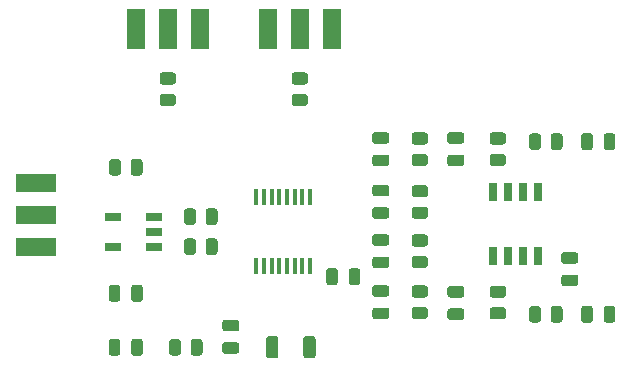
<source format=gbr>
%TF.GenerationSoftware,KiCad,Pcbnew,5.1.9-5.1.9*%
%TF.CreationDate,2021-02-06T15:34:09+03:00*%
%TF.ProjectId,qddc,71646463-2e6b-4696-9361-645f70636258,rev?*%
%TF.SameCoordinates,Original*%
%TF.FileFunction,Paste,Top*%
%TF.FilePolarity,Positive*%
%FSLAX46Y46*%
G04 Gerber Fmt 4.6, Leading zero omitted, Abs format (unit mm)*
G04 Created by KiCad (PCBNEW 5.1.9-5.1.9) date 2021-02-06 15:34:09*
%MOMM*%
%LPD*%
G01*
G04 APERTURE LIST*
%ADD10R,1.500000X3.500000*%
%ADD11R,3.500000X1.500000*%
%ADD12R,0.650000X1.528000*%
%ADD13R,0.450000X1.450000*%
%ADD14R,1.400000X0.760000*%
G04 APERTURE END LIST*
D10*
%TO.C,Cos*%
X123792000Y-88900000D03*
X129192000Y-88900000D03*
X126492000Y-88900000D03*
%TD*%
%TO.C,Sin*%
X112616000Y-88900000D03*
X118016000Y-88900000D03*
X115316000Y-88900000D03*
%TD*%
D11*
%TO.C,RF*%
X104140000Y-107348000D03*
X104140000Y-101948000D03*
X104140000Y-104648000D03*
%TD*%
%TO.C,C5*%
G36*
G01*
X133825000Y-100510000D02*
X132875000Y-100510000D01*
G75*
G02*
X132625000Y-100260000I0J250000D01*
G01*
X132625000Y-99760000D01*
G75*
G02*
X132875000Y-99510000I250000J0D01*
G01*
X133825000Y-99510000D01*
G75*
G02*
X134075000Y-99760000I0J-250000D01*
G01*
X134075000Y-100260000D01*
G75*
G02*
X133825000Y-100510000I-250000J0D01*
G01*
G37*
G36*
G01*
X133825000Y-98610000D02*
X132875000Y-98610000D01*
G75*
G02*
X132625000Y-98360000I0J250000D01*
G01*
X132625000Y-97860000D01*
G75*
G02*
X132875000Y-97610000I250000J0D01*
G01*
X133825000Y-97610000D01*
G75*
G02*
X134075000Y-97860000I0J-250000D01*
G01*
X134075000Y-98360000D01*
G75*
G02*
X133825000Y-98610000I-250000J0D01*
G01*
G37*
%TD*%
D12*
%TO.C,IC2*%
X146685000Y-102699000D03*
X145415000Y-102699000D03*
X144145000Y-102699000D03*
X142875000Y-102699000D03*
X142875000Y-108121000D03*
X144145000Y-108121000D03*
X145415000Y-108121000D03*
X146685000Y-108121000D03*
%TD*%
%TO.C,C1*%
G36*
G01*
X113210000Y-110777000D02*
X113210000Y-111727000D01*
G75*
G02*
X112960000Y-111977000I-250000J0D01*
G01*
X112460000Y-111977000D01*
G75*
G02*
X112210000Y-111727000I0J250000D01*
G01*
X112210000Y-110777000D01*
G75*
G02*
X112460000Y-110527000I250000J0D01*
G01*
X112960000Y-110527000D01*
G75*
G02*
X113210000Y-110777000I0J-250000D01*
G01*
G37*
G36*
G01*
X111310000Y-110777000D02*
X111310000Y-111727000D01*
G75*
G02*
X111060000Y-111977000I-250000J0D01*
G01*
X110560000Y-111977000D01*
G75*
G02*
X110310000Y-111727000I0J250000D01*
G01*
X110310000Y-110777000D01*
G75*
G02*
X110560000Y-110527000I250000J0D01*
G01*
X111060000Y-110527000D01*
G75*
G02*
X111310000Y-110777000I0J-250000D01*
G01*
G37*
%TD*%
%TO.C,C2*%
G36*
G01*
X111310000Y-115349000D02*
X111310000Y-116299000D01*
G75*
G02*
X111060000Y-116549000I-250000J0D01*
G01*
X110560000Y-116549000D01*
G75*
G02*
X110310000Y-116299000I0J250000D01*
G01*
X110310000Y-115349000D01*
G75*
G02*
X110560000Y-115099000I250000J0D01*
G01*
X111060000Y-115099000D01*
G75*
G02*
X111310000Y-115349000I0J-250000D01*
G01*
G37*
G36*
G01*
X113210000Y-115349000D02*
X113210000Y-116299000D01*
G75*
G02*
X112960000Y-116549000I-250000J0D01*
G01*
X112460000Y-116549000D01*
G75*
G02*
X112210000Y-116299000I0J250000D01*
G01*
X112210000Y-115349000D01*
G75*
G02*
X112460000Y-115099000I250000J0D01*
G01*
X112960000Y-115099000D01*
G75*
G02*
X113210000Y-115349000I0J-250000D01*
G01*
G37*
%TD*%
%TO.C,C3*%
G36*
G01*
X121125000Y-114485000D02*
X120175000Y-114485000D01*
G75*
G02*
X119925000Y-114235000I0J250000D01*
G01*
X119925000Y-113735000D01*
G75*
G02*
X120175000Y-113485000I250000J0D01*
G01*
X121125000Y-113485000D01*
G75*
G02*
X121375000Y-113735000I0J-250000D01*
G01*
X121375000Y-114235000D01*
G75*
G02*
X121125000Y-114485000I-250000J0D01*
G01*
G37*
G36*
G01*
X121125000Y-116385000D02*
X120175000Y-116385000D01*
G75*
G02*
X119925000Y-116135000I0J250000D01*
G01*
X119925000Y-115635000D01*
G75*
G02*
X120175000Y-115385000I250000J0D01*
G01*
X121125000Y-115385000D01*
G75*
G02*
X121375000Y-115635000I0J-250000D01*
G01*
X121375000Y-116135000D01*
G75*
G02*
X121125000Y-116385000I-250000J0D01*
G01*
G37*
%TD*%
%TO.C,C4*%
G36*
G01*
X129725000Y-109380000D02*
X129725000Y-110330000D01*
G75*
G02*
X129475000Y-110580000I-250000J0D01*
G01*
X128975000Y-110580000D01*
G75*
G02*
X128725000Y-110330000I0J250000D01*
G01*
X128725000Y-109380000D01*
G75*
G02*
X128975000Y-109130000I250000J0D01*
G01*
X129475000Y-109130000D01*
G75*
G02*
X129725000Y-109380000I0J-250000D01*
G01*
G37*
G36*
G01*
X131625000Y-109380000D02*
X131625000Y-110330000D01*
G75*
G02*
X131375000Y-110580000I-250000J0D01*
G01*
X130875000Y-110580000D01*
G75*
G02*
X130625000Y-110330000I0J250000D01*
G01*
X130625000Y-109380000D01*
G75*
G02*
X130875000Y-109130000I250000J0D01*
G01*
X131375000Y-109130000D01*
G75*
G02*
X131625000Y-109380000I0J-250000D01*
G01*
G37*
%TD*%
%TO.C,C6*%
G36*
G01*
X133825000Y-113464000D02*
X132875000Y-113464000D01*
G75*
G02*
X132625000Y-113214000I0J250000D01*
G01*
X132625000Y-112714000D01*
G75*
G02*
X132875000Y-112464000I250000J0D01*
G01*
X133825000Y-112464000D01*
G75*
G02*
X134075000Y-112714000I0J-250000D01*
G01*
X134075000Y-113214000D01*
G75*
G02*
X133825000Y-113464000I-250000J0D01*
G01*
G37*
G36*
G01*
X133825000Y-111564000D02*
X132875000Y-111564000D01*
G75*
G02*
X132625000Y-111314000I0J250000D01*
G01*
X132625000Y-110814000D01*
G75*
G02*
X132875000Y-110564000I250000J0D01*
G01*
X133825000Y-110564000D01*
G75*
G02*
X134075000Y-110814000I0J-250000D01*
G01*
X134075000Y-111314000D01*
G75*
G02*
X133825000Y-111564000I-250000J0D01*
G01*
G37*
%TD*%
%TO.C,C7*%
G36*
G01*
X133825000Y-103055000D02*
X132875000Y-103055000D01*
G75*
G02*
X132625000Y-102805000I0J250000D01*
G01*
X132625000Y-102305000D01*
G75*
G02*
X132875000Y-102055000I250000J0D01*
G01*
X133825000Y-102055000D01*
G75*
G02*
X134075000Y-102305000I0J-250000D01*
G01*
X134075000Y-102805000D01*
G75*
G02*
X133825000Y-103055000I-250000J0D01*
G01*
G37*
G36*
G01*
X133825000Y-104955000D02*
X132875000Y-104955000D01*
G75*
G02*
X132625000Y-104705000I0J250000D01*
G01*
X132625000Y-104205000D01*
G75*
G02*
X132875000Y-103955000I250000J0D01*
G01*
X133825000Y-103955000D01*
G75*
G02*
X134075000Y-104205000I0J-250000D01*
G01*
X134075000Y-104705000D01*
G75*
G02*
X133825000Y-104955000I-250000J0D01*
G01*
G37*
%TD*%
%TO.C,C8*%
G36*
G01*
X133825000Y-109146000D02*
X132875000Y-109146000D01*
G75*
G02*
X132625000Y-108896000I0J250000D01*
G01*
X132625000Y-108396000D01*
G75*
G02*
X132875000Y-108146000I250000J0D01*
G01*
X133825000Y-108146000D01*
G75*
G02*
X134075000Y-108396000I0J-250000D01*
G01*
X134075000Y-108896000D01*
G75*
G02*
X133825000Y-109146000I-250000J0D01*
G01*
G37*
G36*
G01*
X133825000Y-107246000D02*
X132875000Y-107246000D01*
G75*
G02*
X132625000Y-106996000I0J250000D01*
G01*
X132625000Y-106496000D01*
G75*
G02*
X132875000Y-106246000I250000J0D01*
G01*
X133825000Y-106246000D01*
G75*
G02*
X134075000Y-106496000I0J-250000D01*
G01*
X134075000Y-106996000D01*
G75*
G02*
X133825000Y-107246000I-250000J0D01*
G01*
G37*
%TD*%
%TO.C,C9*%
G36*
G01*
X139225000Y-97610000D02*
X140175000Y-97610000D01*
G75*
G02*
X140425000Y-97860000I0J-250000D01*
G01*
X140425000Y-98360000D01*
G75*
G02*
X140175000Y-98610000I-250000J0D01*
G01*
X139225000Y-98610000D01*
G75*
G02*
X138975000Y-98360000I0J250000D01*
G01*
X138975000Y-97860000D01*
G75*
G02*
X139225000Y-97610000I250000J0D01*
G01*
G37*
G36*
G01*
X139225000Y-99510000D02*
X140175000Y-99510000D01*
G75*
G02*
X140425000Y-99760000I0J-250000D01*
G01*
X140425000Y-100260000D01*
G75*
G02*
X140175000Y-100510000I-250000J0D01*
G01*
X139225000Y-100510000D01*
G75*
G02*
X138975000Y-100260000I0J250000D01*
G01*
X138975000Y-99760000D01*
G75*
G02*
X139225000Y-99510000I250000J0D01*
G01*
G37*
%TD*%
%TO.C,C10*%
G36*
G01*
X139225000Y-112525000D02*
X140175000Y-112525000D01*
G75*
G02*
X140425000Y-112775000I0J-250000D01*
G01*
X140425000Y-113275000D01*
G75*
G02*
X140175000Y-113525000I-250000J0D01*
G01*
X139225000Y-113525000D01*
G75*
G02*
X138975000Y-113275000I0J250000D01*
G01*
X138975000Y-112775000D01*
G75*
G02*
X139225000Y-112525000I250000J0D01*
G01*
G37*
G36*
G01*
X139225000Y-110625000D02*
X140175000Y-110625000D01*
G75*
G02*
X140425000Y-110875000I0J-250000D01*
G01*
X140425000Y-111375000D01*
G75*
G02*
X140175000Y-111625000I-250000J0D01*
G01*
X139225000Y-111625000D01*
G75*
G02*
X138975000Y-111375000I0J250000D01*
G01*
X138975000Y-110875000D01*
G75*
G02*
X139225000Y-110625000I250000J0D01*
G01*
G37*
%TD*%
%TO.C,C11*%
G36*
G01*
X149827000Y-110670000D02*
X148877000Y-110670000D01*
G75*
G02*
X148627000Y-110420000I0J250000D01*
G01*
X148627000Y-109920000D01*
G75*
G02*
X148877000Y-109670000I250000J0D01*
G01*
X149827000Y-109670000D01*
G75*
G02*
X150077000Y-109920000I0J-250000D01*
G01*
X150077000Y-110420000D01*
G75*
G02*
X149827000Y-110670000I-250000J0D01*
G01*
G37*
G36*
G01*
X149827000Y-108770000D02*
X148877000Y-108770000D01*
G75*
G02*
X148627000Y-108520000I0J250000D01*
G01*
X148627000Y-108020000D01*
G75*
G02*
X148877000Y-107770000I250000J0D01*
G01*
X149827000Y-107770000D01*
G75*
G02*
X150077000Y-108020000I0J-250000D01*
G01*
X150077000Y-108520000D01*
G75*
G02*
X149827000Y-108770000I-250000J0D01*
G01*
G37*
%TD*%
%TO.C,C12*%
G36*
G01*
X151315000Y-97950000D02*
X151315000Y-98900000D01*
G75*
G02*
X151065000Y-99150000I-250000J0D01*
G01*
X150565000Y-99150000D01*
G75*
G02*
X150315000Y-98900000I0J250000D01*
G01*
X150315000Y-97950000D01*
G75*
G02*
X150565000Y-97700000I250000J0D01*
G01*
X151065000Y-97700000D01*
G75*
G02*
X151315000Y-97950000I0J-250000D01*
G01*
G37*
G36*
G01*
X153215000Y-97950000D02*
X153215000Y-98900000D01*
G75*
G02*
X152965000Y-99150000I-250000J0D01*
G01*
X152465000Y-99150000D01*
G75*
G02*
X152215000Y-98900000I0J250000D01*
G01*
X152215000Y-97950000D01*
G75*
G02*
X152465000Y-97700000I250000J0D01*
G01*
X152965000Y-97700000D01*
G75*
G02*
X153215000Y-97950000I0J-250000D01*
G01*
G37*
%TD*%
%TO.C,C13*%
G36*
G01*
X153215000Y-112555000D02*
X153215000Y-113505000D01*
G75*
G02*
X152965000Y-113755000I-250000J0D01*
G01*
X152465000Y-113755000D01*
G75*
G02*
X152215000Y-113505000I0J250000D01*
G01*
X152215000Y-112555000D01*
G75*
G02*
X152465000Y-112305000I250000J0D01*
G01*
X152965000Y-112305000D01*
G75*
G02*
X153215000Y-112555000I0J-250000D01*
G01*
G37*
G36*
G01*
X151315000Y-112555000D02*
X151315000Y-113505000D01*
G75*
G02*
X151065000Y-113755000I-250000J0D01*
G01*
X150565000Y-113755000D01*
G75*
G02*
X150315000Y-113505000I0J250000D01*
G01*
X150315000Y-112555000D01*
G75*
G02*
X150565000Y-112305000I250000J0D01*
G01*
X151065000Y-112305000D01*
G75*
G02*
X151315000Y-112555000I0J-250000D01*
G01*
G37*
%TD*%
D13*
%TO.C,IC1*%
X127370000Y-103120000D03*
X126720000Y-103120000D03*
X126070000Y-103120000D03*
X125420000Y-103120000D03*
X124770000Y-103120000D03*
X124120000Y-103120000D03*
X123470000Y-103120000D03*
X122820000Y-103120000D03*
X122820000Y-108970000D03*
X123470000Y-108970000D03*
X124120000Y-108970000D03*
X124770000Y-108970000D03*
X125420000Y-108970000D03*
X126070000Y-108970000D03*
X126720000Y-108970000D03*
X127370000Y-108970000D03*
%TD*%
%TO.C,L1*%
G36*
G01*
X123630000Y-116524001D02*
X123630000Y-115123999D01*
G75*
G02*
X123879999Y-114874000I249999J0D01*
G01*
X124430001Y-114874000D01*
G75*
G02*
X124680000Y-115123999I0J-249999D01*
G01*
X124680000Y-116524001D01*
G75*
G02*
X124430001Y-116774000I-249999J0D01*
G01*
X123879999Y-116774000D01*
G75*
G02*
X123630000Y-116524001I0J249999D01*
G01*
G37*
G36*
G01*
X126780000Y-116524001D02*
X126780000Y-115123999D01*
G75*
G02*
X127029999Y-114874000I249999J0D01*
G01*
X127580001Y-114874000D01*
G75*
G02*
X127830000Y-115123999I0J-249999D01*
G01*
X127830000Y-116524001D01*
G75*
G02*
X127580001Y-116774000I-249999J0D01*
G01*
X127029999Y-116774000D01*
G75*
G02*
X126780000Y-116524001I0J249999D01*
G01*
G37*
%TD*%
%TO.C,R1*%
G36*
G01*
X126942002Y-93580000D02*
X126041998Y-93580000D01*
G75*
G02*
X125792000Y-93330002I0J249998D01*
G01*
X125792000Y-92804998D01*
G75*
G02*
X126041998Y-92555000I249998J0D01*
G01*
X126942002Y-92555000D01*
G75*
G02*
X127192000Y-92804998I0J-249998D01*
G01*
X127192000Y-93330002D01*
G75*
G02*
X126942002Y-93580000I-249998J0D01*
G01*
G37*
G36*
G01*
X126942002Y-95405000D02*
X126041998Y-95405000D01*
G75*
G02*
X125792000Y-95155002I0J249998D01*
G01*
X125792000Y-94629998D01*
G75*
G02*
X126041998Y-94380000I249998J0D01*
G01*
X126942002Y-94380000D01*
G75*
G02*
X127192000Y-94629998I0J-249998D01*
G01*
X127192000Y-95155002D01*
G75*
G02*
X126942002Y-95405000I-249998J0D01*
G01*
G37*
%TD*%
%TO.C,R2*%
G36*
G01*
X115766002Y-95405000D02*
X114865998Y-95405000D01*
G75*
G02*
X114616000Y-95155002I0J249998D01*
G01*
X114616000Y-94629998D01*
G75*
G02*
X114865998Y-94380000I249998J0D01*
G01*
X115766002Y-94380000D01*
G75*
G02*
X116016000Y-94629998I0J-249998D01*
G01*
X116016000Y-95155002D01*
G75*
G02*
X115766002Y-95405000I-249998J0D01*
G01*
G37*
G36*
G01*
X115766002Y-93580000D02*
X114865998Y-93580000D01*
G75*
G02*
X114616000Y-93330002I0J249998D01*
G01*
X114616000Y-92804998D01*
G75*
G02*
X114865998Y-92555000I249998J0D01*
G01*
X115766002Y-92555000D01*
G75*
G02*
X116016000Y-92804998I0J-249998D01*
G01*
X116016000Y-93330002D01*
G75*
G02*
X115766002Y-93580000I-249998J0D01*
G01*
G37*
%TD*%
%TO.C,R3*%
G36*
G01*
X119535000Y-104324998D02*
X119535000Y-105225002D01*
G75*
G02*
X119285002Y-105475000I-249998J0D01*
G01*
X118759998Y-105475000D01*
G75*
G02*
X118510000Y-105225002I0J249998D01*
G01*
X118510000Y-104324998D01*
G75*
G02*
X118759998Y-104075000I249998J0D01*
G01*
X119285002Y-104075000D01*
G75*
G02*
X119535000Y-104324998I0J-249998D01*
G01*
G37*
G36*
G01*
X117710000Y-104324998D02*
X117710000Y-105225002D01*
G75*
G02*
X117460002Y-105475000I-249998J0D01*
G01*
X116934998Y-105475000D01*
G75*
G02*
X116685000Y-105225002I0J249998D01*
G01*
X116685000Y-104324998D01*
G75*
G02*
X116934998Y-104075000I249998J0D01*
G01*
X117460002Y-104075000D01*
G75*
G02*
X117710000Y-104324998I0J-249998D01*
G01*
G37*
%TD*%
%TO.C,R4*%
G36*
G01*
X117710000Y-106864998D02*
X117710000Y-107765002D01*
G75*
G02*
X117460002Y-108015000I-249998J0D01*
G01*
X116934998Y-108015000D01*
G75*
G02*
X116685000Y-107765002I0J249998D01*
G01*
X116685000Y-106864998D01*
G75*
G02*
X116934998Y-106615000I249998J0D01*
G01*
X117460002Y-106615000D01*
G75*
G02*
X117710000Y-106864998I0J-249998D01*
G01*
G37*
G36*
G01*
X119535000Y-106864998D02*
X119535000Y-107765002D01*
G75*
G02*
X119285002Y-108015000I-249998J0D01*
G01*
X118759998Y-108015000D01*
G75*
G02*
X118510000Y-107765002I0J249998D01*
G01*
X118510000Y-106864998D01*
G75*
G02*
X118759998Y-106615000I249998J0D01*
G01*
X119285002Y-106615000D01*
G75*
G02*
X119535000Y-106864998I0J-249998D01*
G01*
G37*
%TD*%
%TO.C,R5*%
G36*
G01*
X116440000Y-115373998D02*
X116440000Y-116274002D01*
G75*
G02*
X116190002Y-116524000I-249998J0D01*
G01*
X115664998Y-116524000D01*
G75*
G02*
X115415000Y-116274002I0J249998D01*
G01*
X115415000Y-115373998D01*
G75*
G02*
X115664998Y-115124000I249998J0D01*
G01*
X116190002Y-115124000D01*
G75*
G02*
X116440000Y-115373998I0J-249998D01*
G01*
G37*
G36*
G01*
X118265000Y-115373998D02*
X118265000Y-116274002D01*
G75*
G02*
X118015002Y-116524000I-249998J0D01*
G01*
X117489998Y-116524000D01*
G75*
G02*
X117240000Y-116274002I0J249998D01*
G01*
X117240000Y-115373998D01*
G75*
G02*
X117489998Y-115124000I249998J0D01*
G01*
X118015002Y-115124000D01*
G75*
G02*
X118265000Y-115373998I0J-249998D01*
G01*
G37*
%TD*%
%TO.C,R6*%
G36*
G01*
X113185000Y-100133998D02*
X113185000Y-101034002D01*
G75*
G02*
X112935002Y-101284000I-249998J0D01*
G01*
X112409998Y-101284000D01*
G75*
G02*
X112160000Y-101034002I0J249998D01*
G01*
X112160000Y-100133998D01*
G75*
G02*
X112409998Y-99884000I249998J0D01*
G01*
X112935002Y-99884000D01*
G75*
G02*
X113185000Y-100133998I0J-249998D01*
G01*
G37*
G36*
G01*
X111360000Y-100133998D02*
X111360000Y-101034002D01*
G75*
G02*
X111110002Y-101284000I-249998J0D01*
G01*
X110584998Y-101284000D01*
G75*
G02*
X110335000Y-101034002I0J249998D01*
G01*
X110335000Y-100133998D01*
G75*
G02*
X110584998Y-99884000I249998J0D01*
G01*
X111110002Y-99884000D01*
G75*
G02*
X111360000Y-100133998I0J-249998D01*
G01*
G37*
%TD*%
%TO.C,R7*%
G36*
G01*
X137102002Y-104953500D02*
X136201998Y-104953500D01*
G75*
G02*
X135952000Y-104703502I0J249998D01*
G01*
X135952000Y-104178498D01*
G75*
G02*
X136201998Y-103928500I249998J0D01*
G01*
X137102002Y-103928500D01*
G75*
G02*
X137352000Y-104178498I0J-249998D01*
G01*
X137352000Y-104703502D01*
G75*
G02*
X137102002Y-104953500I-249998J0D01*
G01*
G37*
G36*
G01*
X137102002Y-103128500D02*
X136201998Y-103128500D01*
G75*
G02*
X135952000Y-102878502I0J249998D01*
G01*
X135952000Y-102353498D01*
G75*
G02*
X136201998Y-102103500I249998J0D01*
G01*
X137102002Y-102103500D01*
G75*
G02*
X137352000Y-102353498I0J-249998D01*
G01*
X137352000Y-102878502D01*
G75*
G02*
X137102002Y-103128500I-249998J0D01*
G01*
G37*
%TD*%
%TO.C,R8*%
G36*
G01*
X137102002Y-98660000D02*
X136201998Y-98660000D01*
G75*
G02*
X135952000Y-98410002I0J249998D01*
G01*
X135952000Y-97884998D01*
G75*
G02*
X136201998Y-97635000I249998J0D01*
G01*
X137102002Y-97635000D01*
G75*
G02*
X137352000Y-97884998I0J-249998D01*
G01*
X137352000Y-98410002D01*
G75*
G02*
X137102002Y-98660000I-249998J0D01*
G01*
G37*
G36*
G01*
X137102002Y-100485000D02*
X136201998Y-100485000D01*
G75*
G02*
X135952000Y-100235002I0J249998D01*
G01*
X135952000Y-99709998D01*
G75*
G02*
X136201998Y-99460000I249998J0D01*
G01*
X137102002Y-99460000D01*
G75*
G02*
X137352000Y-99709998I0J-249998D01*
G01*
X137352000Y-100235002D01*
G75*
G02*
X137102002Y-100485000I-249998J0D01*
G01*
G37*
%TD*%
%TO.C,R9*%
G36*
G01*
X136201998Y-106271000D02*
X137102002Y-106271000D01*
G75*
G02*
X137352000Y-106520998I0J-249998D01*
G01*
X137352000Y-107046002D01*
G75*
G02*
X137102002Y-107296000I-249998J0D01*
G01*
X136201998Y-107296000D01*
G75*
G02*
X135952000Y-107046002I0J249998D01*
G01*
X135952000Y-106520998D01*
G75*
G02*
X136201998Y-106271000I249998J0D01*
G01*
G37*
G36*
G01*
X136201998Y-108096000D02*
X137102002Y-108096000D01*
G75*
G02*
X137352000Y-108345998I0J-249998D01*
G01*
X137352000Y-108871002D01*
G75*
G02*
X137102002Y-109121000I-249998J0D01*
G01*
X136201998Y-109121000D01*
G75*
G02*
X135952000Y-108871002I0J249998D01*
G01*
X135952000Y-108345998D01*
G75*
G02*
X136201998Y-108096000I249998J0D01*
G01*
G37*
%TD*%
%TO.C,R10*%
G36*
G01*
X136201998Y-112414000D02*
X137102002Y-112414000D01*
G75*
G02*
X137352000Y-112663998I0J-249998D01*
G01*
X137352000Y-113189002D01*
G75*
G02*
X137102002Y-113439000I-249998J0D01*
G01*
X136201998Y-113439000D01*
G75*
G02*
X135952000Y-113189002I0J249998D01*
G01*
X135952000Y-112663998D01*
G75*
G02*
X136201998Y-112414000I249998J0D01*
G01*
G37*
G36*
G01*
X136201998Y-110589000D02*
X137102002Y-110589000D01*
G75*
G02*
X137352000Y-110838998I0J-249998D01*
G01*
X137352000Y-111364002D01*
G75*
G02*
X137102002Y-111614000I-249998J0D01*
G01*
X136201998Y-111614000D01*
G75*
G02*
X135952000Y-111364002I0J249998D01*
G01*
X135952000Y-110838998D01*
G75*
G02*
X136201998Y-110589000I249998J0D01*
G01*
G37*
%TD*%
%TO.C,R11*%
G36*
G01*
X142805998Y-99460000D02*
X143706002Y-99460000D01*
G75*
G02*
X143956000Y-99709998I0J-249998D01*
G01*
X143956000Y-100235002D01*
G75*
G02*
X143706002Y-100485000I-249998J0D01*
G01*
X142805998Y-100485000D01*
G75*
G02*
X142556000Y-100235002I0J249998D01*
G01*
X142556000Y-99709998D01*
G75*
G02*
X142805998Y-99460000I249998J0D01*
G01*
G37*
G36*
G01*
X142805998Y-97635000D02*
X143706002Y-97635000D01*
G75*
G02*
X143956000Y-97884998I0J-249998D01*
G01*
X143956000Y-98410002D01*
G75*
G02*
X143706002Y-98660000I-249998J0D01*
G01*
X142805998Y-98660000D01*
G75*
G02*
X142556000Y-98410002I0J249998D01*
G01*
X142556000Y-97884998D01*
G75*
G02*
X142805998Y-97635000I249998J0D01*
G01*
G37*
%TD*%
%TO.C,R12*%
G36*
G01*
X145895000Y-98875002D02*
X145895000Y-97974998D01*
G75*
G02*
X146144998Y-97725000I249998J0D01*
G01*
X146670002Y-97725000D01*
G75*
G02*
X146920000Y-97974998I0J-249998D01*
G01*
X146920000Y-98875002D01*
G75*
G02*
X146670002Y-99125000I-249998J0D01*
G01*
X146144998Y-99125000D01*
G75*
G02*
X145895000Y-98875002I0J249998D01*
G01*
G37*
G36*
G01*
X147720000Y-98875002D02*
X147720000Y-97974998D01*
G75*
G02*
X147969998Y-97725000I249998J0D01*
G01*
X148495002Y-97725000D01*
G75*
G02*
X148745000Y-97974998I0J-249998D01*
G01*
X148745000Y-98875002D01*
G75*
G02*
X148495002Y-99125000I-249998J0D01*
G01*
X147969998Y-99125000D01*
G75*
G02*
X147720000Y-98875002I0J249998D01*
G01*
G37*
%TD*%
%TO.C,R13*%
G36*
G01*
X146920000Y-112579998D02*
X146920000Y-113480002D01*
G75*
G02*
X146670002Y-113730000I-249998J0D01*
G01*
X146144998Y-113730000D01*
G75*
G02*
X145895000Y-113480002I0J249998D01*
G01*
X145895000Y-112579998D01*
G75*
G02*
X146144998Y-112330000I249998J0D01*
G01*
X146670002Y-112330000D01*
G75*
G02*
X146920000Y-112579998I0J-249998D01*
G01*
G37*
G36*
G01*
X148745000Y-112579998D02*
X148745000Y-113480002D01*
G75*
G02*
X148495002Y-113730000I-249998J0D01*
G01*
X147969998Y-113730000D01*
G75*
G02*
X147720000Y-113480002I0J249998D01*
G01*
X147720000Y-112579998D01*
G75*
G02*
X147969998Y-112330000I249998J0D01*
G01*
X148495002Y-112330000D01*
G75*
G02*
X148745000Y-112579998I0J-249998D01*
G01*
G37*
%TD*%
%TO.C,R14*%
G36*
G01*
X143706002Y-113462500D02*
X142805998Y-113462500D01*
G75*
G02*
X142556000Y-113212502I0J249998D01*
G01*
X142556000Y-112687498D01*
G75*
G02*
X142805998Y-112437500I249998J0D01*
G01*
X143706002Y-112437500D01*
G75*
G02*
X143956000Y-112687498I0J-249998D01*
G01*
X143956000Y-113212502D01*
G75*
G02*
X143706002Y-113462500I-249998J0D01*
G01*
G37*
G36*
G01*
X143706002Y-111637500D02*
X142805998Y-111637500D01*
G75*
G02*
X142556000Y-111387502I0J249998D01*
G01*
X142556000Y-110862498D01*
G75*
G02*
X142805998Y-110612500I249998J0D01*
G01*
X143706002Y-110612500D01*
G75*
G02*
X143956000Y-110862498I0J-249998D01*
G01*
X143956000Y-111387502D01*
G75*
G02*
X143706002Y-111637500I-249998J0D01*
G01*
G37*
%TD*%
D14*
%TO.C,T1*%
X114110000Y-104775000D03*
X114110000Y-106045000D03*
X114110000Y-107315000D03*
X110680000Y-107315000D03*
X110680000Y-104775000D03*
%TD*%
M02*

</source>
